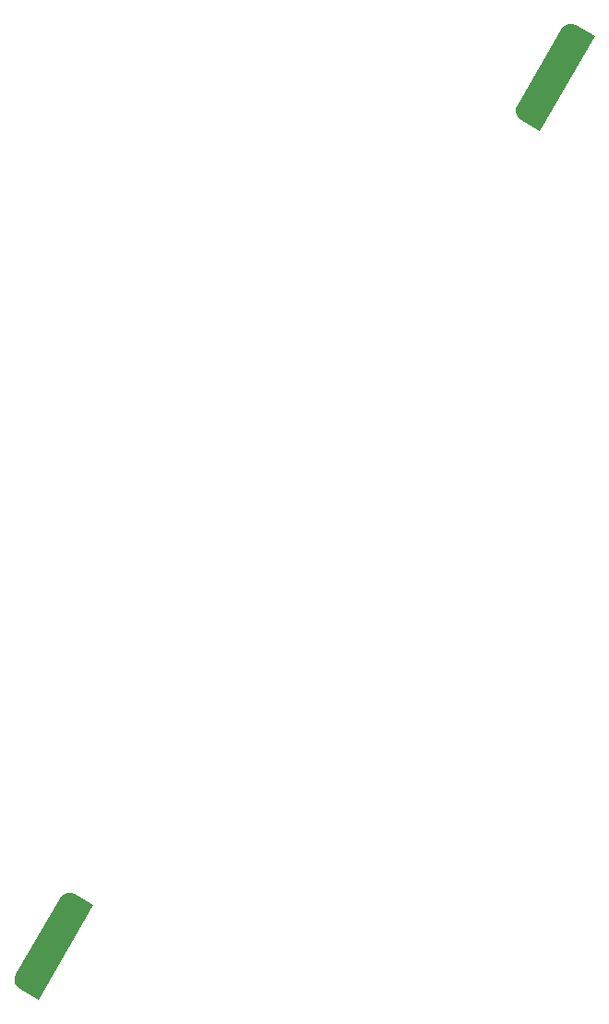
<source format=gbs>
G04*
G04 #@! TF.GenerationSoftware,Altium Limited,Altium Designer,25.5.2 (35)*
G04*
G04 Layer_Color=16711935*
%FSLAX44Y44*%
%MOMM*%
G71*
G04*
G04 #@! TF.SameCoordinates,5F4A0728-234C-4093-BECC-1529F3DAD170*
G04*
G04*
G04 #@! TF.FilePolarity,Negative*
G04*
G01*
G75*
G36*
X71340Y263341D02*
X54019Y273341D01*
X53166Y273834D01*
X51685Y275132D01*
X50486Y276695D01*
X49615Y278462D01*
X49105Y280364D01*
X48976Y282330D01*
X49233Y284283D01*
X49866Y286148D01*
X50359Y287001D01*
X50359Y287001D01*
X90359Y356283D01*
X90851Y357136D01*
X92150Y358617D01*
X93713Y359816D01*
X95480Y360688D01*
X97382Y361197D01*
X99348Y361326D01*
X101301Y361069D01*
X103166Y360436D01*
X104019Y359944D01*
X104019Y359944D01*
X121340Y349944D01*
X71340Y263341D01*
D02*
G37*
G36*
X531340Y1060084D02*
X514019Y1070084D01*
X513166Y1070577D01*
X511685Y1071876D01*
X510486Y1073438D01*
X509615Y1075205D01*
X509105Y1077108D01*
X508976Y1079073D01*
X509233Y1081026D01*
X509866Y1082892D01*
X510359Y1083745D01*
X510359Y1083745D01*
X550359Y1153027D01*
X550851Y1153880D01*
X552150Y1155361D01*
X553713Y1156560D01*
X555480Y1157431D01*
X557382Y1157941D01*
X559348Y1158070D01*
X561301Y1157812D01*
X563166Y1157179D01*
X564019Y1156687D01*
X564019Y1156687D01*
X581340Y1146687D01*
X531340Y1060084D01*
D02*
G37*
M02*

</source>
